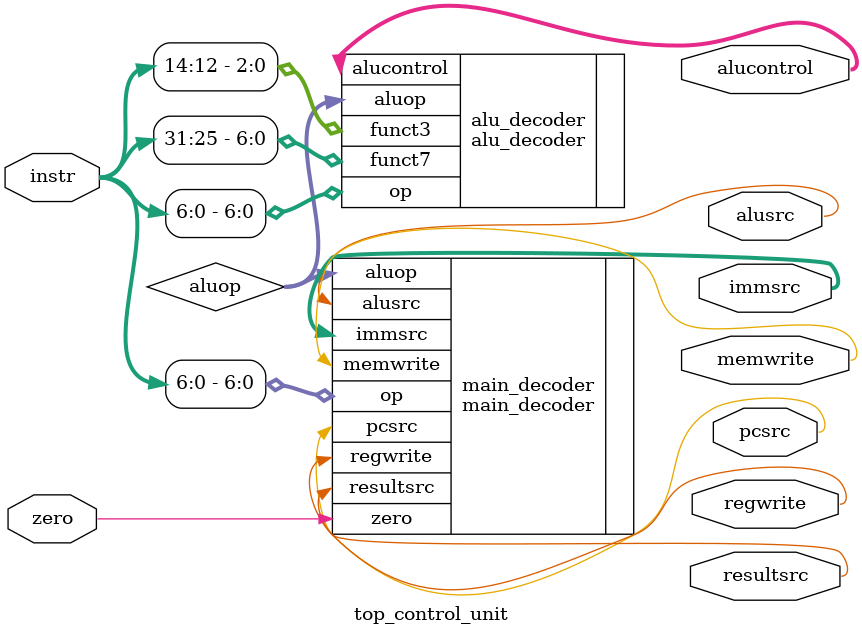
<source format=sv>
module top_control_unit (
    input  logic [31:0] instr,  // 32-bit instruction
    input  logic        zero,   // zero flag

    output logic       pcsrc,
    output logic       resultsrc,
    output logic       memwrite,
    output logic       alusrc,
    output logic [1:0] immsrc,
    output logic       regwrite,

    output logic [2:0] alucontrol
);
  
logic [1:0] aluop;
    
main_decoder main_decoder(
    .op(instr[6:0]),
    .zero(zero),  

    .pcsrc(pcsrc),
    .resultsrc(resultsrc),
    .memwrite(memwrite),
    .alusrc(alusrc),
    .immsrc(immsrc),
    .regwrite(regwrite),
    .aluop(aluop)
);

alu_decoder alu_decoder(
    .op(instr[6:0]),     // 7-bit opcode
    .aluop(aluop),
    .funct3(instr[14:12]), 
    .funct7(instr[31:25]), 
    .alucontrol(alucontrol)
);

endmodule
// verilator lint_on UNUSED


</source>
